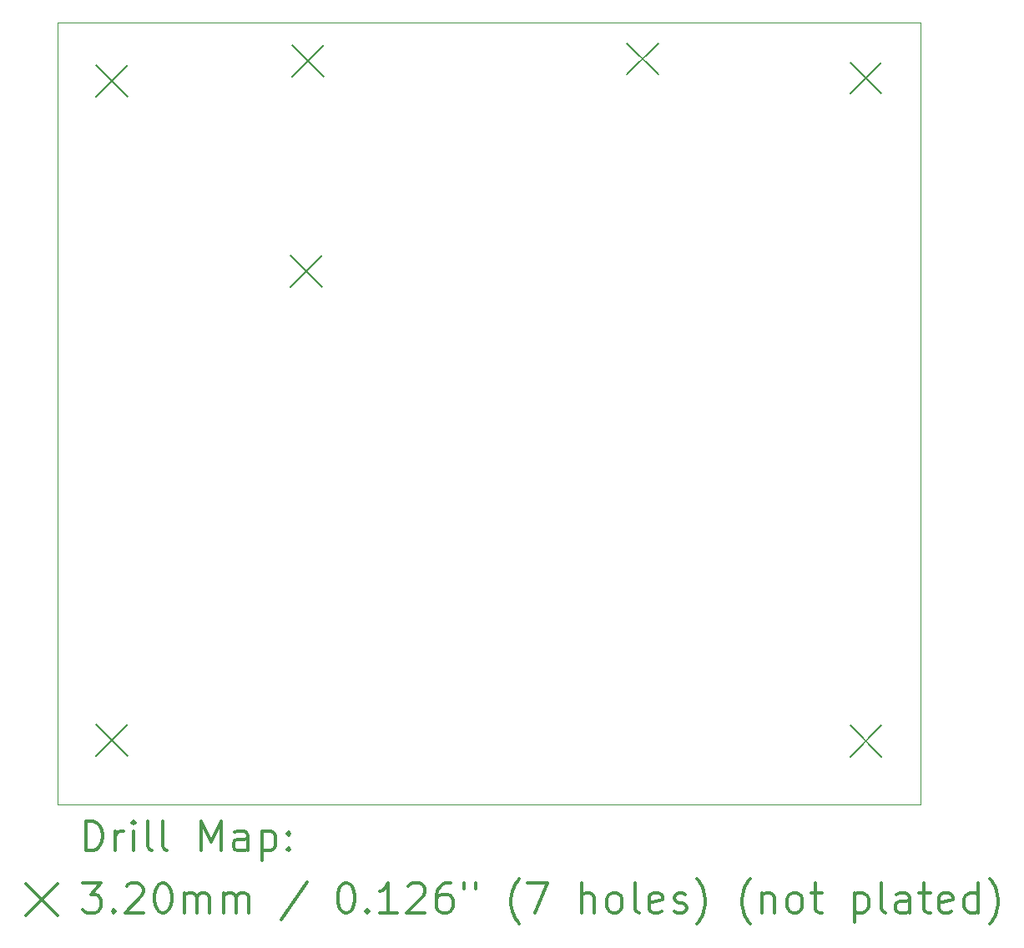
<source format=gbr>
%FSLAX45Y45*%
G04 Gerber Fmt 4.5, Leading zero omitted, Abs format (unit mm)*
G04 Created by KiCad (PCBNEW (5.1.5)-3) date 2021-05-14 19:35:11*
%MOMM*%
%LPD*%
G04 APERTURE LIST*
%TA.AperFunction,Profile*%
%ADD10C,0.050000*%
%TD*%
%ADD11C,0.200000*%
%ADD12C,0.300000*%
G04 APERTURE END LIST*
D10*
X10000000Y-14930000D02*
X10000000Y-7000000D01*
X18750000Y-14930000D02*
X10000000Y-14930000D01*
X18750000Y-7000000D02*
X18750000Y-14930000D01*
X10000000Y-7000000D02*
X18750000Y-7000000D01*
D11*
X18040000Y-14130000D02*
X18360000Y-14450000D01*
X18360000Y-14130000D02*
X18040000Y-14450000D01*
X10390000Y-14120000D02*
X10710000Y-14440000D01*
X10710000Y-14120000D02*
X10390000Y-14440000D01*
X10390000Y-7430000D02*
X10710000Y-7750000D01*
X10710000Y-7430000D02*
X10390000Y-7750000D01*
X18040000Y-7400000D02*
X18360000Y-7720000D01*
X18360000Y-7400000D02*
X18040000Y-7720000D01*
X12380000Y-7225000D02*
X12700000Y-7545000D01*
X12700000Y-7225000D02*
X12380000Y-7545000D01*
X12360000Y-9360000D02*
X12680000Y-9680000D01*
X12680000Y-9360000D02*
X12360000Y-9680000D01*
X15775000Y-7205000D02*
X16095000Y-7525000D01*
X16095000Y-7205000D02*
X15775000Y-7525000D01*
D12*
X10283928Y-15398214D02*
X10283928Y-15098214D01*
X10355357Y-15098214D01*
X10398214Y-15112500D01*
X10426786Y-15141071D01*
X10441071Y-15169643D01*
X10455357Y-15226786D01*
X10455357Y-15269643D01*
X10441071Y-15326786D01*
X10426786Y-15355357D01*
X10398214Y-15383929D01*
X10355357Y-15398214D01*
X10283928Y-15398214D01*
X10583928Y-15398214D02*
X10583928Y-15198214D01*
X10583928Y-15255357D02*
X10598214Y-15226786D01*
X10612500Y-15212500D01*
X10641071Y-15198214D01*
X10669643Y-15198214D01*
X10769643Y-15398214D02*
X10769643Y-15198214D01*
X10769643Y-15098214D02*
X10755357Y-15112500D01*
X10769643Y-15126786D01*
X10783928Y-15112500D01*
X10769643Y-15098214D01*
X10769643Y-15126786D01*
X10955357Y-15398214D02*
X10926786Y-15383929D01*
X10912500Y-15355357D01*
X10912500Y-15098214D01*
X11112500Y-15398214D02*
X11083928Y-15383929D01*
X11069643Y-15355357D01*
X11069643Y-15098214D01*
X11455357Y-15398214D02*
X11455357Y-15098214D01*
X11555357Y-15312500D01*
X11655357Y-15098214D01*
X11655357Y-15398214D01*
X11926786Y-15398214D02*
X11926786Y-15241071D01*
X11912500Y-15212500D01*
X11883928Y-15198214D01*
X11826786Y-15198214D01*
X11798214Y-15212500D01*
X11926786Y-15383929D02*
X11898214Y-15398214D01*
X11826786Y-15398214D01*
X11798214Y-15383929D01*
X11783928Y-15355357D01*
X11783928Y-15326786D01*
X11798214Y-15298214D01*
X11826786Y-15283929D01*
X11898214Y-15283929D01*
X11926786Y-15269643D01*
X12069643Y-15198214D02*
X12069643Y-15498214D01*
X12069643Y-15212500D02*
X12098214Y-15198214D01*
X12155357Y-15198214D01*
X12183928Y-15212500D01*
X12198214Y-15226786D01*
X12212500Y-15255357D01*
X12212500Y-15341071D01*
X12198214Y-15369643D01*
X12183928Y-15383929D01*
X12155357Y-15398214D01*
X12098214Y-15398214D01*
X12069643Y-15383929D01*
X12341071Y-15369643D02*
X12355357Y-15383929D01*
X12341071Y-15398214D01*
X12326786Y-15383929D01*
X12341071Y-15369643D01*
X12341071Y-15398214D01*
X12341071Y-15212500D02*
X12355357Y-15226786D01*
X12341071Y-15241071D01*
X12326786Y-15226786D01*
X12341071Y-15212500D01*
X12341071Y-15241071D01*
X9677500Y-15732500D02*
X9997500Y-16052500D01*
X9997500Y-15732500D02*
X9677500Y-16052500D01*
X10255357Y-15728214D02*
X10441071Y-15728214D01*
X10341071Y-15842500D01*
X10383928Y-15842500D01*
X10412500Y-15856786D01*
X10426786Y-15871071D01*
X10441071Y-15899643D01*
X10441071Y-15971071D01*
X10426786Y-15999643D01*
X10412500Y-16013929D01*
X10383928Y-16028214D01*
X10298214Y-16028214D01*
X10269643Y-16013929D01*
X10255357Y-15999643D01*
X10569643Y-15999643D02*
X10583928Y-16013929D01*
X10569643Y-16028214D01*
X10555357Y-16013929D01*
X10569643Y-15999643D01*
X10569643Y-16028214D01*
X10698214Y-15756786D02*
X10712500Y-15742500D01*
X10741071Y-15728214D01*
X10812500Y-15728214D01*
X10841071Y-15742500D01*
X10855357Y-15756786D01*
X10869643Y-15785357D01*
X10869643Y-15813929D01*
X10855357Y-15856786D01*
X10683928Y-16028214D01*
X10869643Y-16028214D01*
X11055357Y-15728214D02*
X11083928Y-15728214D01*
X11112500Y-15742500D01*
X11126786Y-15756786D01*
X11141071Y-15785357D01*
X11155357Y-15842500D01*
X11155357Y-15913929D01*
X11141071Y-15971071D01*
X11126786Y-15999643D01*
X11112500Y-16013929D01*
X11083928Y-16028214D01*
X11055357Y-16028214D01*
X11026786Y-16013929D01*
X11012500Y-15999643D01*
X10998214Y-15971071D01*
X10983928Y-15913929D01*
X10983928Y-15842500D01*
X10998214Y-15785357D01*
X11012500Y-15756786D01*
X11026786Y-15742500D01*
X11055357Y-15728214D01*
X11283928Y-16028214D02*
X11283928Y-15828214D01*
X11283928Y-15856786D02*
X11298214Y-15842500D01*
X11326786Y-15828214D01*
X11369643Y-15828214D01*
X11398214Y-15842500D01*
X11412500Y-15871071D01*
X11412500Y-16028214D01*
X11412500Y-15871071D02*
X11426786Y-15842500D01*
X11455357Y-15828214D01*
X11498214Y-15828214D01*
X11526786Y-15842500D01*
X11541071Y-15871071D01*
X11541071Y-16028214D01*
X11683928Y-16028214D02*
X11683928Y-15828214D01*
X11683928Y-15856786D02*
X11698214Y-15842500D01*
X11726786Y-15828214D01*
X11769643Y-15828214D01*
X11798214Y-15842500D01*
X11812500Y-15871071D01*
X11812500Y-16028214D01*
X11812500Y-15871071D02*
X11826786Y-15842500D01*
X11855357Y-15828214D01*
X11898214Y-15828214D01*
X11926786Y-15842500D01*
X11941071Y-15871071D01*
X11941071Y-16028214D01*
X12526786Y-15713929D02*
X12269643Y-16099643D01*
X12912500Y-15728214D02*
X12941071Y-15728214D01*
X12969643Y-15742500D01*
X12983928Y-15756786D01*
X12998214Y-15785357D01*
X13012500Y-15842500D01*
X13012500Y-15913929D01*
X12998214Y-15971071D01*
X12983928Y-15999643D01*
X12969643Y-16013929D01*
X12941071Y-16028214D01*
X12912500Y-16028214D01*
X12883928Y-16013929D01*
X12869643Y-15999643D01*
X12855357Y-15971071D01*
X12841071Y-15913929D01*
X12841071Y-15842500D01*
X12855357Y-15785357D01*
X12869643Y-15756786D01*
X12883928Y-15742500D01*
X12912500Y-15728214D01*
X13141071Y-15999643D02*
X13155357Y-16013929D01*
X13141071Y-16028214D01*
X13126786Y-16013929D01*
X13141071Y-15999643D01*
X13141071Y-16028214D01*
X13441071Y-16028214D02*
X13269643Y-16028214D01*
X13355357Y-16028214D02*
X13355357Y-15728214D01*
X13326786Y-15771071D01*
X13298214Y-15799643D01*
X13269643Y-15813929D01*
X13555357Y-15756786D02*
X13569643Y-15742500D01*
X13598214Y-15728214D01*
X13669643Y-15728214D01*
X13698214Y-15742500D01*
X13712500Y-15756786D01*
X13726786Y-15785357D01*
X13726786Y-15813929D01*
X13712500Y-15856786D01*
X13541071Y-16028214D01*
X13726786Y-16028214D01*
X13983928Y-15728214D02*
X13926786Y-15728214D01*
X13898214Y-15742500D01*
X13883928Y-15756786D01*
X13855357Y-15799643D01*
X13841071Y-15856786D01*
X13841071Y-15971071D01*
X13855357Y-15999643D01*
X13869643Y-16013929D01*
X13898214Y-16028214D01*
X13955357Y-16028214D01*
X13983928Y-16013929D01*
X13998214Y-15999643D01*
X14012500Y-15971071D01*
X14012500Y-15899643D01*
X13998214Y-15871071D01*
X13983928Y-15856786D01*
X13955357Y-15842500D01*
X13898214Y-15842500D01*
X13869643Y-15856786D01*
X13855357Y-15871071D01*
X13841071Y-15899643D01*
X14126786Y-15728214D02*
X14126786Y-15785357D01*
X14241071Y-15728214D02*
X14241071Y-15785357D01*
X14683928Y-16142500D02*
X14669643Y-16128214D01*
X14641071Y-16085357D01*
X14626786Y-16056786D01*
X14612500Y-16013929D01*
X14598214Y-15942500D01*
X14598214Y-15885357D01*
X14612500Y-15813929D01*
X14626786Y-15771071D01*
X14641071Y-15742500D01*
X14669643Y-15699643D01*
X14683928Y-15685357D01*
X14769643Y-15728214D02*
X14969643Y-15728214D01*
X14841071Y-16028214D01*
X15312500Y-16028214D02*
X15312500Y-15728214D01*
X15441071Y-16028214D02*
X15441071Y-15871071D01*
X15426786Y-15842500D01*
X15398214Y-15828214D01*
X15355357Y-15828214D01*
X15326786Y-15842500D01*
X15312500Y-15856786D01*
X15626786Y-16028214D02*
X15598214Y-16013929D01*
X15583928Y-15999643D01*
X15569643Y-15971071D01*
X15569643Y-15885357D01*
X15583928Y-15856786D01*
X15598214Y-15842500D01*
X15626786Y-15828214D01*
X15669643Y-15828214D01*
X15698214Y-15842500D01*
X15712500Y-15856786D01*
X15726786Y-15885357D01*
X15726786Y-15971071D01*
X15712500Y-15999643D01*
X15698214Y-16013929D01*
X15669643Y-16028214D01*
X15626786Y-16028214D01*
X15898214Y-16028214D02*
X15869643Y-16013929D01*
X15855357Y-15985357D01*
X15855357Y-15728214D01*
X16126786Y-16013929D02*
X16098214Y-16028214D01*
X16041071Y-16028214D01*
X16012500Y-16013929D01*
X15998214Y-15985357D01*
X15998214Y-15871071D01*
X16012500Y-15842500D01*
X16041071Y-15828214D01*
X16098214Y-15828214D01*
X16126786Y-15842500D01*
X16141071Y-15871071D01*
X16141071Y-15899643D01*
X15998214Y-15928214D01*
X16255357Y-16013929D02*
X16283928Y-16028214D01*
X16341071Y-16028214D01*
X16369643Y-16013929D01*
X16383928Y-15985357D01*
X16383928Y-15971071D01*
X16369643Y-15942500D01*
X16341071Y-15928214D01*
X16298214Y-15928214D01*
X16269643Y-15913929D01*
X16255357Y-15885357D01*
X16255357Y-15871071D01*
X16269643Y-15842500D01*
X16298214Y-15828214D01*
X16341071Y-15828214D01*
X16369643Y-15842500D01*
X16483928Y-16142500D02*
X16498214Y-16128214D01*
X16526786Y-16085357D01*
X16541071Y-16056786D01*
X16555357Y-16013929D01*
X16569643Y-15942500D01*
X16569643Y-15885357D01*
X16555357Y-15813929D01*
X16541071Y-15771071D01*
X16526786Y-15742500D01*
X16498214Y-15699643D01*
X16483928Y-15685357D01*
X17026786Y-16142500D02*
X17012500Y-16128214D01*
X16983928Y-16085357D01*
X16969643Y-16056786D01*
X16955357Y-16013929D01*
X16941071Y-15942500D01*
X16941071Y-15885357D01*
X16955357Y-15813929D01*
X16969643Y-15771071D01*
X16983928Y-15742500D01*
X17012500Y-15699643D01*
X17026786Y-15685357D01*
X17141071Y-15828214D02*
X17141071Y-16028214D01*
X17141071Y-15856786D02*
X17155357Y-15842500D01*
X17183928Y-15828214D01*
X17226786Y-15828214D01*
X17255357Y-15842500D01*
X17269643Y-15871071D01*
X17269643Y-16028214D01*
X17455357Y-16028214D02*
X17426786Y-16013929D01*
X17412500Y-15999643D01*
X17398214Y-15971071D01*
X17398214Y-15885357D01*
X17412500Y-15856786D01*
X17426786Y-15842500D01*
X17455357Y-15828214D01*
X17498214Y-15828214D01*
X17526786Y-15842500D01*
X17541071Y-15856786D01*
X17555357Y-15885357D01*
X17555357Y-15971071D01*
X17541071Y-15999643D01*
X17526786Y-16013929D01*
X17498214Y-16028214D01*
X17455357Y-16028214D01*
X17641071Y-15828214D02*
X17755357Y-15828214D01*
X17683928Y-15728214D02*
X17683928Y-15985357D01*
X17698214Y-16013929D01*
X17726786Y-16028214D01*
X17755357Y-16028214D01*
X18083928Y-15828214D02*
X18083928Y-16128214D01*
X18083928Y-15842500D02*
X18112500Y-15828214D01*
X18169643Y-15828214D01*
X18198214Y-15842500D01*
X18212500Y-15856786D01*
X18226786Y-15885357D01*
X18226786Y-15971071D01*
X18212500Y-15999643D01*
X18198214Y-16013929D01*
X18169643Y-16028214D01*
X18112500Y-16028214D01*
X18083928Y-16013929D01*
X18398214Y-16028214D02*
X18369643Y-16013929D01*
X18355357Y-15985357D01*
X18355357Y-15728214D01*
X18641071Y-16028214D02*
X18641071Y-15871071D01*
X18626786Y-15842500D01*
X18598214Y-15828214D01*
X18541071Y-15828214D01*
X18512500Y-15842500D01*
X18641071Y-16013929D02*
X18612500Y-16028214D01*
X18541071Y-16028214D01*
X18512500Y-16013929D01*
X18498214Y-15985357D01*
X18498214Y-15956786D01*
X18512500Y-15928214D01*
X18541071Y-15913929D01*
X18612500Y-15913929D01*
X18641071Y-15899643D01*
X18741071Y-15828214D02*
X18855357Y-15828214D01*
X18783928Y-15728214D02*
X18783928Y-15985357D01*
X18798214Y-16013929D01*
X18826786Y-16028214D01*
X18855357Y-16028214D01*
X19069643Y-16013929D02*
X19041071Y-16028214D01*
X18983928Y-16028214D01*
X18955357Y-16013929D01*
X18941071Y-15985357D01*
X18941071Y-15871071D01*
X18955357Y-15842500D01*
X18983928Y-15828214D01*
X19041071Y-15828214D01*
X19069643Y-15842500D01*
X19083928Y-15871071D01*
X19083928Y-15899643D01*
X18941071Y-15928214D01*
X19341071Y-16028214D02*
X19341071Y-15728214D01*
X19341071Y-16013929D02*
X19312500Y-16028214D01*
X19255357Y-16028214D01*
X19226786Y-16013929D01*
X19212500Y-15999643D01*
X19198214Y-15971071D01*
X19198214Y-15885357D01*
X19212500Y-15856786D01*
X19226786Y-15842500D01*
X19255357Y-15828214D01*
X19312500Y-15828214D01*
X19341071Y-15842500D01*
X19455357Y-16142500D02*
X19469643Y-16128214D01*
X19498214Y-16085357D01*
X19512500Y-16056786D01*
X19526786Y-16013929D01*
X19541071Y-15942500D01*
X19541071Y-15885357D01*
X19526786Y-15813929D01*
X19512500Y-15771071D01*
X19498214Y-15742500D01*
X19469643Y-15699643D01*
X19455357Y-15685357D01*
M02*

</source>
